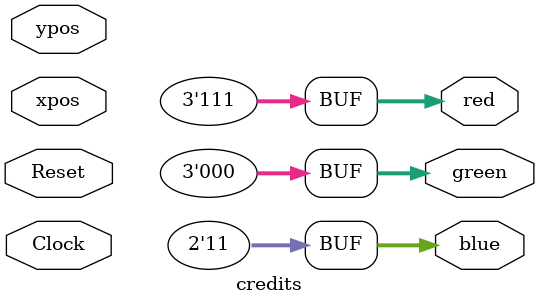
<source format=v>
`timescale 1ns / 1ps
module credits(
		input Clock,
		input Reset,
		input[9:0] xpos,
		input[9:0] ypos,
		output[2:0] red,
		output[2:0] green,
		output[1:0] blue
    );

//Credits_rom credits_rom(Clock, xpos,ypos,red,green,blue);
assign red = 3'b111;
assign green =3'b000;
assign blue = 2'b11;
endmodule

</source>
